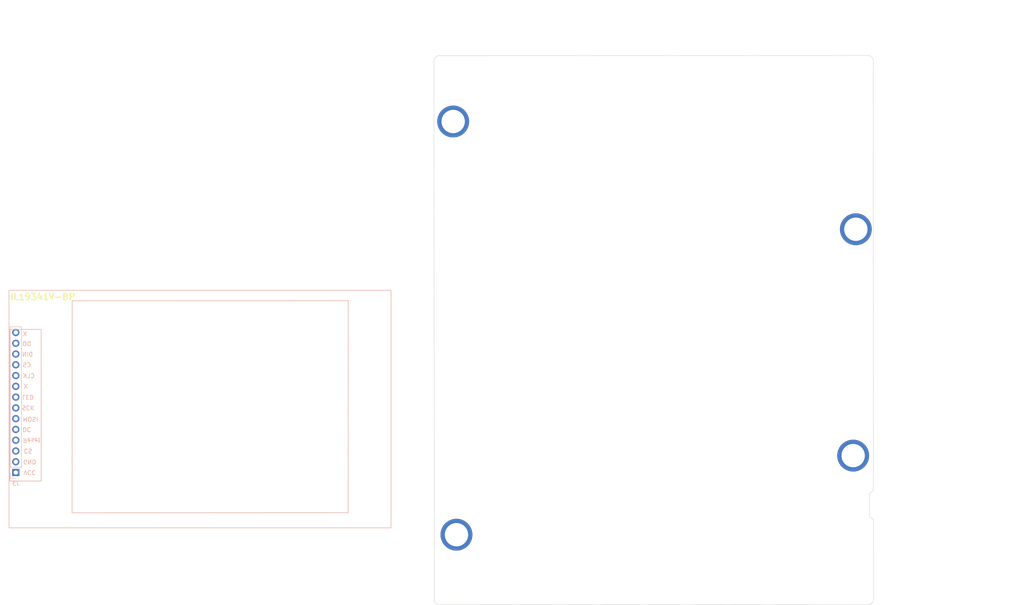
<source format=kicad_pcb>
(kicad_pcb (version 20241229) (generator "pcbnew") (generator_version "9.0")
  (title_block (title "CactusCon") (date "2024-11-23") (rev "Prototype_v1.3") (company "BadgePirates") (comment 1 "2 Input Buttons / SPI TFT w/Touch") (comment 2 "Lipo Charger / 14500 Batteryx2 / Fuel Guage") (comment 3 "USB to Serial Programming / MicroSD / Buzzer") (comment 4 "ESP32-S3 WROOM (WIFI/BTLE) - N16"))
  (layers (0 "F.Cu" signal) (2 "B.Cu" signal) (13 "F.Paste" user) (15 "B.Paste" user) (5 "F.SilkS" user "F.Silkscreen") (7 "B.SilkS" user "B.Silkscreen") (1 "F.Mask" user) (3 "B.Mask" user) (25 "Edge.Cuts" user))
  (net 0 "")
  (net 1 "VCC")
  (net 2 "GND")
  (net 3 "IO10")
  (net 4 "IO04")
  (net 5 "IO05")
  (net 6 "IO11")
  (net 7 "IO12")
  (net 8 "IO06")
  (net 10 "IO09")
  (net 11 "IO03")
  (net 12 "IO08")
  (net 13 "IO07")
  (footprint "" (layer "F.Cu") (at 220.62 131.67)
    (property "Reference" "" (at 0 0 0) (layer "F.SilkS") (effects (font (size 1.27 1.27))))
    (property "Value" "")
    (pad "1" thru_hole circle (at 0 0 180) (size 7.5 7.5) (drill 5.5) (layers "*.Cu" "*.Mask"))
  )
  (footprint "" (layer "F.Cu") (at 126.395 52.9)
    (property "Reference" "" (at 0 0 0) (layer "F.SilkS") (effects (font (size 1.27 1.27))))
    (property "Value" "")
    (pad "1" thru_hole circle (at 0 0 180) (size 7.5 7.5) (drill 5.5) (layers "*.Cu" "*.Mask"))
  )
  (footprint "BadgePirates:Threaded_Standoffs" (layer "B.Cu") (at 221.05 81.4 180)
    (property "Reference" "REF**" (at -0.199999 3.6 0) (layer "B.SilkS") (effects (justify mirror)))
    (property "Value" "Threaded_Standoffs")
    (pad "1" thru_hole circle (at -0.199999 3.1 180) (size 7.5 7.5) (drill 5.5) (layers "*.Cu" "*.Mask"))
  )
  (footprint "Connector_PinHeader_2.54mm:PinHeader_1x14_P2.54mm_Vertical" (layer "B.Cu") (at 23.36 135.66)
    (property "Reference" "J3" (at 0.02 2.58 0) (layer "B.SilkS") (effects (justify mirror)))
    (property "Value" " ILI9341V")
    (fp_line (start -1.33 -34.35) (end 1.33 -34.35) (stroke (width 0.12)) (layer "B.SilkS"))
    (fp_line (start -1.33 -1.27) (end -1.33 -34.35) (stroke (width 0.12)) (layer "B.SilkS"))
    (fp_line (start -1.33 -1.27) (end 1.33 -1.27) (stroke (width 0.12)) (layer "B.SilkS"))
    (fp_line (start -1.33 0) (end -1.33 1.33) (stroke (width 0.12)) (layer "B.SilkS"))
    (fp_line (start -1.33 1.33) (end 0 1.33) (stroke (width 0.12)) (layer "B.SilkS"))
    (fp_line (start 1.33 -1.27) (end 1.33 -34.35) (stroke (width 0.12)) (layer "B.SilkS"))
    (pad "1" thru_hole rect (at 0 0) (size 1.7 1.7) (drill 1) (layers "*.Cu" "*.Mask") (net 1 "VCC"))
    (pad "2" thru_hole oval (at 0 -2.54) (size 1.7 1.7) (drill 1) (layers "*.Cu" "*.Mask") (net 2 "GND"))
    (pad "3" thru_hole oval (at 0 -5.08) (size 1.7 1.7) (drill 1) (layers "*.Cu" "*.Mask") (net 3 "IO10"))
    (pad "4" thru_hole oval (at 0 -7.62) (size 1.7 1.7) (drill 1) (layers "*.Cu" "*.Mask") (net 4 "IO04"))
    (pad "5" thru_hole oval (at 0 -10.16) (size 1.7 1.7) (drill 1) (layers "*.Cu" "*.Mask") (net 5 "IO05"))
    (pad "6" thru_hole oval (at 0 -12.7) (size 1.7 1.7) (drill 1) (layers "*.Cu" "*.Mask") (net 6 "IO11"))
    (pad "7" thru_hole oval (at 0 -15.24) (size 1.7 1.7) (drill 1) (layers "*.Cu" "*.Mask") (net 7 "IO12"))
    (pad "8" thru_hole oval (at 0 -17.78) (size 1.7 1.7) (drill 1) (layers "*.Cu" "*.Mask") (net 8 "IO06"))
    (pad "9" thru_hole oval (at 0 -20.32) (size 1.7 1.7) (drill 1) (layers "*.Cu" "*.Mask"))
    (pad "10" thru_hole oval (at 0 -22.86) (size 1.7 1.7) (drill 1) (layers "*.Cu" "*.Mask") (net 10 "IO09"))
    (pad "11" thru_hole oval (at 0 -25.4) (size 1.7 1.7) (drill 1) (layers "*.Cu" "*.Mask") (net 11 "IO03"))
    (pad "12" thru_hole oval (at 0 -27.94) (size 1.7 1.7) (drill 1) (layers "*.Cu" "*.Mask") (net 12 "IO08"))
    (pad "13" thru_hole oval (at 0 -30.48) (size 1.7 1.7) (drill 1) (layers "*.Cu" "*.Mask") (net 13 "IO07"))
    (pad "14" thru_hole oval (at 0 -33.02) (size 1.7 1.7) (drill 1) (layers "*.Cu" "*.Mask"))
  )
  (footprint "BadgePirates:Threaded_Standoffs" (layer "B.Cu") (at 126.97 153.42 180)
    (property "Reference" "REF**" (at -0.199999 3.6 0) (layer "B.SilkS") (effects (justify mirror)))
    (property "Value" "Threaded_Standoffs")
    (pad "1" thru_hole circle (at -0.199999 3.1 180) (size 7.5 7.5) (drill 5.5) (layers "*.Cu" "*.Mask"))
  )
  (gr_rect (start 21.93 101.92) (end 29.34 137.66) (stroke (width 0.15)) (fill no) (layer "B.SilkS"))
  (gr_line (start 36.629964 145.159998) (end 36.650035 95.160002) (stroke (width 0.15)) (layer "B.SilkS"))
  (gr_line (start 101.669964 95.139998) (end 101.659964 145.119998) (stroke (width 0.15)) (layer "B.SilkS"))
  (gr_line (start 36.650035 95.160002) (end 101.669964 95.139998) (stroke (width 0.15)) (layer "B.SilkS"))
  (gr_rect (start 21.76 92.7) (end 111.76 148.7) (stroke (width 0.15)) (fill no) (layer "B.SilkS"))
  (gr_line (start 101.659964 145.119998) (end 36.629964 145.159998) (stroke (width 0.15)) (layer "B.SilkS"))
  (gr_arc (start 121.873866 38.63) (mid 122.239983 37.746117) (end 123.123866 37.38) (stroke (width 0.1)) (layer "Edge.Cuts"))
  (gr_line (start 225.385 139.87) (end 224.47 140.62) (stroke (width 0.1)) (layer "Edge.Cuts"))
  (gr_line (start 225.41 146.81) (end 224.47 146.05) (stroke (width 0.1)) (layer "Edge.Cuts"))
  (gr_line (start 224.120017 37.339984) (end 123.133119 37.38) (stroke (width 0.1)) (layer "Edge.Cuts"))
  (gr_arc (start 123.183883 166.850017) (mid 122.3 166.4839) (end 121.933883 165.600017) (stroke (width 0.1)) (layer "Edge.Cuts"))
  (gr_line (start 121.873866 38.63) (end 121.937873 165.600017) (stroke (width 0.1)) (layer "Edge.Cuts"))
  (gr_arc (start 224.120017 37.339983) (mid 225.0039 37.7061) (end 225.370017 38.589983) (stroke (width 0.1)) (layer "Edge.Cuts"))
  (gr_line (start 225.440017 165.520034) (end 225.41 146.81) (stroke (width 0.1)) (layer "Edge.Cuts"))
  (gr_line (start 123.183883 166.850017) (end 224.190017 166.770034) (stroke (width 0.1)) (layer "Edge.Cuts"))
  (gr_arc (start 225.440017 165.520034) (mid 225.073895 166.403912) (end 224.190017 166.770034) (stroke (width 0.1)) (layer "Edge.Cuts"))
  (gr_line (start 224.47 146.05) (end 224.47 140.62) (stroke (width 0.1)) (layer "Edge.Cuts"))
  (gr_line (start 225.385 139.87) (end 225.370017 38.589983) (stroke (width 0.1)) (layer "Edge.Cuts"))
  (gr_text "IL19341V-BP" (at 21.9 95.11 0) (layer "F.SilkS") (effects (font (size 1.5 1.5) (thickness 0.3) (bold yes)) (justify left bottom)))
  (gr_text "DC" (at 24.85584 124.94 180) (layer "B.SilkS") (effects (font (size 1 1)) (justify left bottom mirror)))
  (gr_text "MOSI" (at 24.90584 122.49 180) (layer "B.SilkS") (effects (font (size 1 1)) (justify left bottom mirror)))
  (gr_text "GND" (at 25.00584 132.54 180) (layer "B.SilkS") (effects (font (size 1 1)) (justify left bottom mirror)))
  (gr_text "LED" (at 24.77584 117.31 180) (layer "B.SilkS") (effects (font (size 1 1)) (justify left bottom mirror)))
  (gr_text "DIN" (at 27.47584 108.4 0) (layer "B.SilkS") (effects (font (size 1 1)) (justify left bottom mirror)))
  (gr_text "CS" (at 25.15584 129.98 180) (layer "B.SilkS") (effects (font (size 1 1)) (justify left bottom mirror)))
  (gr_text "VCC" (at 25.08584 135.07 180) (layer "B.SilkS") (effects (font (size 1 1)) (justify left bottom mirror)))
  (gr_text "Reset" (at 24.96584 127.46 180) (layer "B.SilkS") (effects (font (size 1 1)) (justify left bottom mirror)))
  (gr_text "CS" (at 27.01584 110.91 0) (layer "B.SilkS") (effects (font (size 1 1)) (justify left bottom mirror)))
  (gr_text "DO" (at 27.06584 105.94 0) (layer "B.SilkS") (effects (font (size 1 1)) (justify left bottom mirror)))
  (gr_text "SCK" (at 24.69 119.79 180) (layer "B.SilkS") (effects (font (size 1 1)) (justify left bottom mirror)))
  (gr_text "X" (at 25.12584 114.68 180) (layer "B.SilkS") (effects (font (size 1 1)) (justify left bottom mirror)))
  (gr_text "CLK" (at 27.88584 113.46 0) (layer "B.SilkS") (effects (font (size 1 1)) (justify left bottom mirror)))
  (gr_text "X" (at 26.09584 103.55 0) (layer "B.SilkS") (effects (font (size 1 1)) (justify left bottom mirror)))
)
</source>
